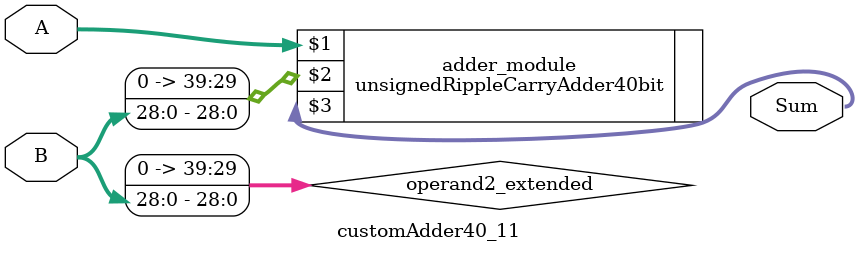
<source format=v>
module customAdder40_11(
                        input [39 : 0] A,
                        input [28 : 0] B,
                        
                        output [40 : 0] Sum
                );

        wire [39 : 0] operand2_extended;
        
        assign operand2_extended =  {11'b0, B};
        
        unsignedRippleCarryAdder40bit adder_module(
            A,
            operand2_extended,
            Sum
        );
        
        endmodule
        
</source>
